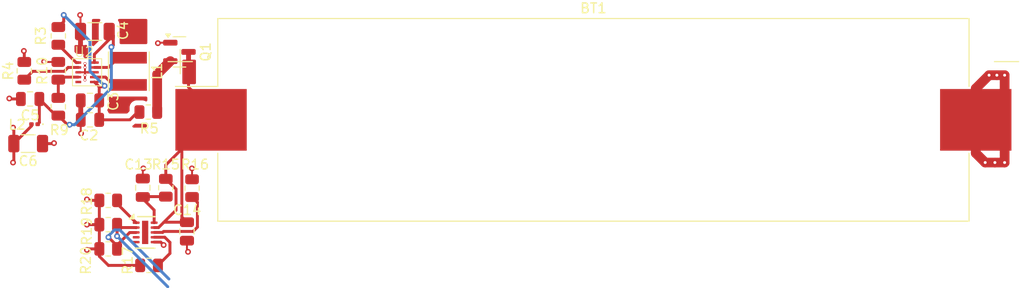
<source format=kicad_pcb>
(kicad_pcb (version 20240108) (generator "pcbnew") (generator_version "8.0")
  (layers (0 "F.Cu" signal) (1 "In1.Cu" power) (2 "In2.Cu" power) (31 "B.Cu" signal) (34 "B.Paste" user) (35 "F.Paste" user) (36 "B.SilkS" user "B.Silkscreen") (37 "F.SilkS" user "F.Silkscreen") (38 "B.Mask" user) (39 "F.Mask" user) (44 "Edge.Cuts" user))
  (net 0 "")
  (net 1 "GND")
  (net 2 "+BATT")
  (net 3 "V_Supply")
  (net 4 "Net-(STC3115AIQT1-VIN)")
  (net 5 "+3.3V")
  (net 6 "Net-(Q1-S)")
  (net 7 "+3V3")
  (net 8 "/SCL_BAT")
  (net 9 "/SDA_BAT")
  (net 10 "/ALM_BAT")
  (net 11 "Net-(STC3115AIQT1-RSTIO)")
  (net 12 "Net-(STC3115AIQT1-BATD{slash}CD)")
  (net 14 "Net-(U2-VOUT)")
  (net 15 "Net-(U2-L1)")
  (net 16 "Net-(U2-L2)")
  (net 17 "Net-(U2-EN)")
  (net 18 "Net-(U2-MODE)")
  (net 19 "Net-(U2-FB)")
  (footprint "Battery:BatteryHolder_Keystone_1042_1x18650" (layer "F.Cu") (at 137.5 51)
    (property "Reference" "BT1" (at 0 -11.5 0) (layer "F.SilkS"))
    (property "Value" "Battery_Cell")
    (fp_line (start -43.75 -6) (end -41.25 -6) (stroke (width 0.12)) (layer "F.SilkS"))
    (fp_line (start -42.5 -4.75) (end -42.5 -7.25) (stroke (width 0.12)) (layer "F.SilkS"))
    (fp_line (start -38.64 -10.44) (end -38.64 -3.44) (stroke (width 0.12)) (layer "F.SilkS"))
    (fp_line (start -38.64 -3.44) (end -43 -3.44) (stroke (width 0.12)) (layer "F.SilkS"))
    (fp_line (start -38.64 10.44) (end -38.64 3.44) (stroke (width 0.12)) (layer "F.SilkS"))
    (fp_line (start 38.64 -10.44) (end -38.64 -10.44) (stroke (width 0.12)) (layer "F.SilkS"))
    (fp_line (start 38.64 -3.44) (end 38.64 -10.42) (stroke (width 0.12)) (layer "F.SilkS"))
    (fp_line (start 38.64 3.44) (end 38.64 10.44) (stroke (width 0.12)) (layer "F.SilkS"))
    (fp_line (start 38.64 10.44) (end -38.64 10.44) (stroke (width 0.12)) (layer "F.SilkS"))
    (fp_line (start 43.75 -6) (end 41.25 -6) (stroke (width 0.12)) (layer "F.SilkS"))
    (pad "" np_thru_hole circle (at -35.93 -8) (size 2.39 2.39) (drill 2.39) (layers "*.Cu" "*.Mask"))
    (pad "" np_thru_hole circle (at -27.6 8) (size 3.45 3.45) (drill 3.45) (layers "*.Cu" "*.Mask"))
    (pad "" np_thru_hole circle (at 27.6 -8) (size 3.45 3.45) (drill 3.45) (layers "*.Cu" "*.Mask"))
    (pad "1" smd rect (at -39.33 0) (size 7.34 6.35) (layers "F.Cu" "F.Paste" "F.Mask") (net 2 "+BATT"))
    (pad "2" smd rect (at 39.33 0) (size 7.34 6.35) (layers "F.Cu" "F.Paste" "F.Mask") (net 1 "GND"))
  )
  (footprint "Capacitor_SMD:C_0805_2012Metric" (layer "F.Cu") (at 85.715 51 180)
    (property "Reference" "C2" (at 0.1 -1.6 180) (layer "F.SilkS"))
    (property "Value" "10µF" (hide yes))
    (fp_line (start -0.261252 0.735) (end 0.261252 0.735) (stroke (width 0.12)) (layer "F.SilkS"))
    (fp_line (start -0.261252 -0.735) (end 0.261252 -0.735) (stroke (width 0.12)) (layer "F.SilkS"))
    (pad "1" smd roundrect (at -0.95 0 180) (size 1 1.45) (layers "F.Cu" "F.Paste" "F.Mask") (net 3 "V_Supply"))
    (pad "2" smd roundrect (at 0.95 0 180) (size 1 1.45) (layers "F.Cu" "F.Paste" "F.Mask") (net 1 "GND"))
  )
  (footprint "Resistor_SMD:R_0805_2012Metric" (layer "F.Cu") (at 91.79 66)
    (property "Reference" "R17" (at -2.2 -0.5 90) (layer "F.SilkS"))
    (property "Value" "10k" (hide yes))
    (fp_line (start -0.227064 -0.735) (end 0.227064 -0.735) (stroke (width 0.12)) (layer "F.SilkS"))
    (fp_line (start -0.227064 0.735) (end 0.227064 0.735) (stroke (width 0.12)) (layer "F.SilkS"))
    (pad "1" smd roundrect (at -0.9125 0) (size 1.025 1.4) (layers "F.Cu" "F.Paste" "F.Mask") (roundrect_rratio 0.243902) (net 7 "+3V3"))
    (pad "2" smd roundrect (at 0.9125 0) (size 1.025 1.4) (layers "F.Cu" "F.Paste" "F.Mask") (roundrect_rratio 0.243902) (net 11 "Net-(STC3115AIQT1-RSTIO)"))
  )
  (footprint "Inductor_SMD:L_Taiyo-Yuden_MD-4040" (layer "F.Cu") (at 89.715 46 90)
    (property "Reference" "L1" (at 0 2.9 90) (layer "F.SilkS"))
    (property "Value" "470nH" (hide yes))
    (fp_line (start -2 -2.1) (end 2 -2.1) (stroke (width 0.12)) (layer "F.SilkS"))
    (fp_line (start -2 2.1) (end 2 2.1) (stroke (width 0.12)) (layer "F.SilkS"))
    (pad "1" smd rect (at -1.4 0 90) (size 1.2 3.7) (layers "F.Cu" "F.Paste" "F.Mask") (net 15 "Net-(U2-L1)"))
    (pad "2" smd rect (at 1.4 0 90) (size 1.2 3.7) (layers "F.Cu" "F.Paste" "F.Mask") (net 16 "Net-(U2-L2)"))
  )
  (footprint "Resistor_SMD:R_0805_2012Metric" (layer "F.Cu") (at 96.215 58.04 -90)
    (property "Reference" "R16" (at -2.44 -0.3 180) (layer "F.SilkS"))
    (property "Value" "1k" (hide yes))
    (fp_line (start -0.227064 0.735) (end 0.227064 0.735) (stroke (width 0.12)) (layer "F.SilkS"))
    (fp_line (start -0.227064 -0.735) (end 0.227064 -0.735) (stroke (width 0.12)) (layer "F.SilkS"))
    (pad "1" smd roundrect (at -0.9125 0 270) (size 1.025 1.4) (layers "F.Cu" "F.Paste" "F.Mask") (roundrect_rratio 0.243902) (net 1 "GND"))
    (pad "2" smd roundrect (at 0.9125 0 270) (size 1.025 1.4) (layers "F.Cu" "F.Paste" "F.Mask") (roundrect_rratio 0.243902) (net 12 "Net-(STC3115AIQT1-BATD{slash}CD)"))
  )
  (footprint "Diode_SMD:D_0201_0603Metric" (layer "F.Cu") (at 80.015 51.45 180)
    (property "Reference" "L2" (at 1.8 -0.05 0) (layer "F.SilkS"))
    (property "Value" "470nH" (hide yes))
    (fp_circle (center -0.86 0) (end -0.81 0) (stroke (width 0.1)) (fill none) (layer "F.SilkS"))
    (pad "1" smd roundrect (at -0.32 0 180) (size 0.46 0.4) (layers "F.Cu" "F.Mask") (net 14 "Net-(U2-VOUT)"))
    (pad "2" smd roundrect (at 0.32 0 180) (size 0.46 0.4) (layers "F.Cu" "F.Mask") (net 5 "+3.3V"))
  )
  (footprint "Resistor_SMD:R_0805_2012Metric" (layer "F.Cu") (at 93.515 58 -90)
    (property "Reference" "R15" (at -2.4 0 0) (layer "F.SilkS"))
    (property "Value" "1k" (hide yes))
    (fp_line (start -0.227064 0.735) (end 0.227064 0.735) (stroke (width 0.12)) (layer "F.SilkS"))
    (fp_line (start -0.227064 -0.735) (end 0.227064 -0.735) (stroke (width 0.12)) (layer "F.SilkS"))
    (pad "1" smd roundrect (at -0.9125 0 270) (size 1.025 1.4) (layers "F.Cu" "F.Paste" "F.Mask") (roundrect_rratio 0.243902) (net 2 "+BATT"))
    (pad "2" smd roundrect (at 0.9125 0 270) (size 1.025 1.4) (layers "F.Cu" "F.Paste" "F.Mask") (roundrect_rratio 0.243902) (net 4 "Net-(STC3115AIQT1-VIN)"))
  )
  (footprint "Resistor_SMD:R_0805_2012Metric" (layer "F.Cu") (at 87.59 64.3)
    (property "Reference" "R20" (at -2.3 1.2 90) (layer "F.SilkS"))
    (property "Value" "10k" (hide yes))
    (fp_line (start -0.227064 -0.735) (end 0.227064 -0.735) (stroke (width 0.12)) (layer "F.SilkS"))
    (fp_line (start -0.227064 0.735) (end 0.227064 0.735) (stroke (width 0.12)) (layer "F.SilkS"))
    (pad "1" smd roundrect (at -0.9125 0) (size 1.025 1.4) (layers "F.Cu" "F.Paste" "F.Mask") (roundrect_rratio 0.243902) (net 7 "+3V3"))
    (pad "2" smd roundrect (at 0.9125 0) (size 1.025 1.4) (layers "F.Cu" "F.Paste" "F.Mask") (roundrect_rratio 0.243902) (net 8 "/SCL_BAT"))
  )
  (footprint "Capacitor_SMD:C_0805_2012Metric" (layer "F.Cu") (at 95.69 62.5 -90)
    (property "Reference" "C14" (at -2.2 -0.025 180) (layer "F.SilkS"))
    (property "Value" "1µF" (hide yes))
    (fp_line (start -0.261252 0.735) (end 0.261252 0.735) (stroke (width 0.12)) (layer "F.SilkS"))
    (fp_line (start -0.261252 -0.735) (end 0.261252 -0.735) (stroke (width 0.12)) (layer "F.SilkS"))
    (pad "1" smd roundrect (at -0.95 0 270) (size 1 1.45) (layers "F.Cu" "F.Paste" "F.Mask") (net 2 "+BATT"))
    (pad "2" smd roundrect (at 0.95 0 270) (size 1 1.45) (layers "F.Cu" "F.Paste" "F.Mask") (net 1 "GND"))
  )
  (footprint "Capacitor_SMD:C_0805_2012Metric" (layer "F.Cu") (at 85.715 49 180)
    (property "Reference" "C3" (at -2.4 -0.1 90) (layer "F.SilkS"))
    (property "Value" "100n" (hide yes))
    (fp_line (start -0.261252 0.735) (end 0.261252 0.735) (stroke (width 0.12)) (layer "F.SilkS"))
    (fp_line (start -0.261252 -0.735) (end 0.261252 -0.735) (stroke (width 0.12)) (layer "F.SilkS"))
    (pad "1" smd roundrect (at -0.95 0 180) (size 1 1.45) (layers "F.Cu" "F.Paste" "F.Mask") (net 3 "V_Supply"))
    (pad "2" smd roundrect (at 0.95 0 180) (size 1 1.45) (layers "F.Cu" "F.Paste" "F.Mask") (net 1 "GND"))
  )
  (footprint "Package_TO_SOT_SMD:SOT-23" (layer "F.Cu") (at 94.915 44)
    (property "Reference" "Q1" (at 2.7 0 90) (layer "F.SilkS"))
    (property "Value" "IRLML6402" (hide yes))
    (fp_line (start 0 -1.56) (end -0.65 -1.56) (stroke (width 0.12)) (layer "F.SilkS"))
    (fp_line (start 0 -1.56) (end 0.65 -1.56) (stroke (width 0.12)) (layer "F.SilkS"))
    (fp_line (start 0 1.56) (end -0.65 1.56) (stroke (width 0.12)) (layer "F.SilkS"))
    (fp_line (start 0 1.56) (end 0.65 1.56) (stroke (width 0.12)) (layer "F.SilkS"))
    (fp_poly (pts (xy -1.1625 -1.51) (xy -1.4025 -1.84) (xy -0.9225 -1.84) (xy -1.1625 -1.51)) (stroke (width 0.12)) (fill solid) (layer "F.SilkS"))
    (pad "1" smd roundrect (at -0.9375 -0.95) (size 1.475 0.6) (layers "F.Cu" "F.Paste" "F.Mask") (net 1 "GND"))
    (pad "2" smd roundrect (at -0.9375 0.95) (size 1.475 0.6) (layers "F.Cu" "F.Paste" "F.Mask") (net 6 "Net-(Q1-S)"))
    (pad "3" smd roundrect (at 0.9375 0) (size 1.475 0.6) (layers "F.Cu" "F.Paste" "F.Mask") (net 2 "+BATT"))
  )
  (footprint "Resistor_SMD:R_0805_2012Metric" (layer "F.Cu") (at 82.457293 45.95 90)
    (property "Reference" "R10" (at 0 -1.65 90) (layer "F.SilkS"))
    (property "Value" "100k" (hide yes))
    (fp_line (start -0.227064 -0.735) (end 0.227064 -0.735) (stroke (width 0.12)) (layer "F.SilkS"))
    (fp_line (start -0.227064 0.735) (end 0.227064 0.735) (stroke (width 0.12)) (layer "F.SilkS"))
    (pad "1" smd roundrect (at -0.9125 0 90) (size 1.025 1.4) (layers "F.Cu" "F.Paste" "F.Mask") (roundrect_rratio 0.243902) (net 19 "Net-(U2-FB)"))
    (pad "2" smd roundrect (at 0.9125 0 90) (size 1.025 1.4) (layers "F.Cu" "F.Paste" "F.Mask") (roundrect_rratio 0.243902) (net 1 "GND"))
  )
  (footprint "Resistor_SMD:R_0805_2012Metric" (layer "F.Cu") (at 82.457293 49.65 90)
    (property "Reference" "R9" (at -2.4 0.1 180) (layer "F.SilkS"))
    (property "Value" "511k" (hide yes))
    (fp_line (start -0.227064 -0.735) (end 0.227064 -0.735) (stroke (width 0.12)) (layer "F.SilkS"))
    (fp_line (start -0.227064 0.735) (end 0.227064 0.735) (stroke (width 0.12)) (layer "F.SilkS"))
    (pad "1" smd roundrect (at -0.9125 0 90) (size 1.025 1.4) (layers "F.Cu" "F.Paste" "F.Mask") (roundrect_rratio 0.243902) (net 14 "Net-(U2-VOUT)"))
    (pad "2" smd roundrect (at 0.9125 0 90) (size 1.025 1.4) (layers "F.Cu" "F.Paste" "F.Mask") (roundrect_rratio 0.243902) (net 19 "Net-(U2-FB)"))
  )
  (footprint "Resistor_SMD:R_0805_2012Metric" (layer "F.Cu") (at 82.457293 42.35 -90)
    (property "Reference" "R3" (at 0 1.8 90) (layer "F.SilkS"))
    (property "Value" "0R" (hide yes))
    (fp_line (start -0.227064 0.735) (end 0.227064 0.735) (stroke (width 0.12)) (layer "F.SilkS"))
    (fp_line (start -0.227064 -0.735) (end 0.227064 -0.735) (stroke (width 0.12)) (layer "F.SilkS"))
    (pad "1" smd roundrect (at -0.9125 0 270) (size 1.025 1.4) (layers "F.Cu" "F.Paste" "F.Mask") (roundrect_rratio 0.243902) (net 3 "V_Supply"))
    (pad "2" smd roundrect (at 0.9125 0 270) (size 1.025 1.4) (layers "F.Cu" "F.Paste" "F.Mask") (roundrect_rratio 0.243902) (net 17 "Net-(U2-EN)"))
  )
  (footprint "Resistor_SMD:R_0805_2012Metric" (layer "F.Cu") (at 91.715 50.2)
    (property "Reference" "R5" (at 0.1 1.7 180) (layer "F.SilkS"))
    (property "Value" "0R" (hide yes))
    (fp_line (start -0.227064 -0.735) (end 0.227064 -0.735) (stroke (width 0.12)) (layer "F.SilkS"))
    (fp_line (start -0.227064 0.735) (end 0.227064 0.735) (stroke (width 0.12)) (layer "F.SilkS"))
    (pad "1" smd roundrect (at -0.9125 0) (size 1.025 1.4) (layers "F.Cu" "F.Paste" "F.Mask") (roundrect_rratio 0.243902) (net 3 "V_Supply"))
    (pad "2" smd roundrect (at 0.9125 0) (size 1.025 1.4) (layers "F.Cu" "F.Paste" "F.Mask") (roundrect_rratio 0.243902) (net 6 "Net-(Q1-S)"))
  )
  (footprint "Capacitor_SMD:C_1206_3216Metric" (layer "F.Cu") (at 79.357293 53.45)
    (property "Reference" "C6" (at 0 1.8 0) (layer "F.SilkS"))
    (property "Value" "47µF" (hide yes))
    (fp_line (start -0.711252 -0.91) (end 0.711252 -0.91) (stroke (width 0.12)) (layer "F.SilkS"))
    (fp_line (start -0.711252 0.91) (end 0.711252 0.91) (stroke (width 0.12)) (layer "F.SilkS"))
    (pad "1" smd roundrect (at -1.475 0) (size 1.15 1.8) (layers "F.Cu" "F.Paste" "F.Mask") (roundrect_rratio 0.217391) (net 5 "+3.3V"))
    (pad "2" smd roundrect (at 1.475 0) (size 1.15 1.8) (layers "F.Cu" "F.Paste" "F.Mask") (roundrect_rratio 0.217391) (net 1 "GND"))
  )
  (footprint "Resistor_SMD:R_0805_2012Metric" (layer "F.Cu") (at 87.59 61.8)
    (property "Reference" "R19" (at -2.2 0.7 90) (layer "F.SilkS"))
    (property "Value" "10k" (hide yes))
    (fp_line (start -0.227064 -0.735) (end 0.227064 -0.735) (stroke (width 0.12)) (layer "F.SilkS"))
    (fp_line (start -0.227064 0.735) (end 0.227064 0.735) (stroke (width 0.12)) (layer "F.SilkS"))
    (pad "1" smd roundrect (at -0.9125 0) (size 1.025 1.4) (layers "F.Cu" "F.Paste" "F.Mask") (roundrect_rratio 0.243902) (net 7 "+3V3"))
    (pad "2" smd roundrect (at 0.9125 0) (size 1.025 1.4) (layers "F.Cu" "F.Paste" "F.Mask") (roundrect_rratio 0.243902) (net 9 "/SDA_BAT"))
  )
  (footprint "Resistor_SMD:R_0805_2012Metric" (layer "F.Cu") (at 87.59 59.3)
    (property "Reference" "R18" (at -2.2 0.1 90) (layer "F.SilkS"))
    (property "Value" "10k" (hide yes))
    (fp_line (start -0.227064 -0.735) (end 0.227064 -0.735) (stroke (width 0.12)) (layer "F.SilkS"))
    (fp_line (start -0.227064 0.735) (end 0.227064 0.735) (stroke (width 0.12)) (layer "F.SilkS"))
    (pad "1" smd roundrect (at -0.9125 0) (size 1.025 1.4) (layers "F.Cu" "F.Paste" "F.Mask") (roundrect_rratio 0.243902) (net 7 "+3V3"))
    (pad "2" smd roundrect (at 0.9125 0) (size 1.025 1.4) (layers "F.Cu" "F.Paste" "F.Mask") (roundrect_rratio 0.243902) (net 10 "/ALM_BAT"))
  )
  (footprint "Resistor_SMD:R_0805_2012Metric" (layer "F.Cu") (at 78.957293 45.95 90)
    (property "Reference" "R4" (at 0 -1.65 90) (layer "F.SilkS"))
    (property "Value" "0R" (hide yes))
    (fp_line (start -0.227064 -0.735) (end 0.227064 -0.735) (stroke (width 0.12)) (layer "F.SilkS"))
    (fp_line (start -0.227064 0.735) (end 0.227064 0.735) (stroke (width 0.12)) (layer "F.SilkS"))
    (pad "1" smd roundrect (at -0.9125 0 90) (size 1.025 1.4) (layers "F.Cu" "F.Paste" "F.Mask") (roundrect_rratio 0.243902) (net 18 "Net-(U2-MODE)"))
    (pad "2" smd roundrect (at 0.9125 0 90) (size 1.025 1.4) (layers "F.Cu" "F.Paste" "F.Mask") (roundrect_rratio 0.243902) (net 1 "GND"))
  )
  (footprint "Capacitor_SMD:C_0805_2012Metric" (layer "F.Cu") (at 91.15 58 90)
    (property "Reference" "C13" (at 2.4 -0.435 180) (layer "F.SilkS"))
    (property "Value" "220nF" (hide yes))
    (fp_line (start -0.261252 -0.735) (end 0.261252 -0.735) (stroke (width 0.12)) (layer "F.SilkS"))
    (fp_line (start -0.261252 0.735) (end 0.261252 0.735) (stroke (width 0.12)) (layer "F.SilkS"))
    (pad "1" smd roundrect (at -0.95 0 90) (size 1 1.45) (layers "F.Cu" "F.Paste" "F.Mask") (net 4 "Net-(STC3115AIQT1-VIN)"))
    (pad "2" smd roundrect (at 0.95 0 90) (size 1 1.45) (layers "F.Cu" "F.Paste" "F.Mask") (net 1 "GND"))
  )
  (footprint "Capacitor_SMD:C_0805_2012Metric" (layer "F.Cu") (at 79.557293 48.85 180)
    (property "Reference" "C5" (at 0 -1.68 0) (layer "F.SilkS"))
    (property "Value" "100n" (hide yes))
    (fp_line (start -0.261252 0.735) (end 0.261252 0.735) (stroke (width 0.12)) (layer "F.SilkS"))
    (fp_line (start -0.261252 -0.735) (end 0.261252 -0.735) (stroke (width 0.12)) (layer "F.SilkS"))
    (pad "1" smd roundrect (at -0.95 0 180) (size 1 1.45) (layers "F.Cu" "F.Paste" "F.Mask") (net 14 "Net-(U2-VOUT)"))
    (pad "2" smd roundrect (at 0.95 0 180) (size 1 1.45) (layers "F.Cu" "F.Paste" "F.Mask") (net 1 "GND"))
  )
  (footprint "Package_DFN_QFN:DFN-10-1EP_2x3mm_P0.5mm_EP0.64x2.4mm" (layer "F.Cu") (at 91.39 62.6)
    (property "Reference" "STC3115AIQT1" (hide yes))
    (property "Value" "~" (hide yes))
    (fp_line (start -1 1.625) (end 1 1.625) (stroke (width 0.15)) (layer "F.SilkS"))
    (fp_line (start -0.77 -1.625) (end 1 -1.625) (stroke (width 0.15)) (layer "F.SilkS"))
    (fp_poly (pts (xy -1.16 -1.39) (xy -1.64 -1.39) (xy -1.16 -1.87) (xy -1.16 -1.39)) (stroke (width 0.12)) (fill solid) (layer "F.SilkS"))
    (pad "1" smd roundrect (at -0.925 -1) (size 0.7 0.25) (layers "F.Cu" "F.Paste" "F.Mask") (net 10 "/ALM_BAT"))
    (pad "2" smd roundrect (at -0.925 -0.5) (size 0.7 0.25) (layers "F.Cu" "F.Paste" "F.Mask") (net 9 "/SDA_BAT"))
    (pad "3" smd roundrect (at -0.925 0) (size 0.7 0.25) (layers "F.Cu" "F.Paste" "F.Mask") (net 8 "/SCL_BAT"))
    (pad "4" smd roundrect (at -0.925 0.5) (size 0.7 0.25) (layers "F.Cu" "F.Paste" "F.Mask"))
    (pad "5" smd roundrect (at -0.925 1) (size 0.7 0.25) (layers "F.Cu" "F.Paste" "F.Mask") (net 1 "GND"))
    (pad "6" smd roundrect (at 0.925 1) (size 0.7 0.25) (layers "F.Cu" "F.Paste" "F.Mask") (net 1 "GND"))
    (pad "7" smd roundrect (at 0.925 0.5) (size 0.7 0.25) (layers "F.Cu" "F.Paste" "F.Mask") (net 11 "Net-(STC3115AIQT1-RSTIO)"))
    (pad "8" smd roundrect (at 0.925 0) (size 0.7 0.25) (layers "F.Cu" "F.Paste" "F.Mask") (net 12 "Net-(STC3115AIQT1-BATD{slash}CD)"))
    (pad "9" smd roundrect (at 0.925 -0.5) (size 0.7 0.25) (layers "F.Cu" "F.Paste" "F.Mask") (net 2 "+BATT"))
    (pad "10" smd roundrect (at 0.925 -1) (size 0.7 0.25) (layers "F.Cu" "F.Paste" "F.Mask") (net 4 "Net-(STC3115AIQT1-VIN)"))
    (pad "11" smd rect (at 0 0) (size 0.64 2.4) (layers "F.Cu" "F.Mask"))
  )
  (footprint "Buck-boost Converter:DLA0010A" (layer "F.Cu") (at 84.515 45.1)
    (property "Reference" "U2" (at 0.6 -1.1 0) (layer "F.SilkS") (effects (font (thickness 0.1))))
    (property "Value" "TPS63802DLAR" (hide yes))
    (fp_rect (start -0.6 -0.4) (end 2.4 2.4) (stroke (width 0.1)) (fill none) (layer "F.SilkS"))
    (pad "1" smd roundrect (at 0 0) (size 0.6 0.25) (layers "F.Cu" "F.Paste" "F.Mask") (roundrect_rratio 0.1640419948) (net 17 "Net-(U2-EN)"))
    (pad "2" smd roundrect (at 0 0.5) (size 0.6 0.25) (layers "F.Cu" "F.Paste" "F.Mask") (roundrect_rratio 0.1640419948) (net 18 "Net-(U2-MODE)"))
    (pad "3" smd roundrect (at 0 1) (size 0.6 0.25) (layers "F.Cu" "F.Paste" "F.Mask") (roundrect_rratio 0.1640419948) (net 1 "GND"))
    (pad "4" smd roundrect (at 0 1.5) (size 0.6 0.25) (layers "F.Cu" "F.Paste" "F.Mask") (roundrect_rratio 0.1640419948) (net 19 "Net-(U2-FB)"))
    (pad "5" smd roundrect (at 0 2) (size 0.6 0.25) (layers "F.Cu" "F.Paste" "F.Mask") (roundrect_rratio 0.1640419948))
    (pad "6" smd roundrect (at 1.65 0) (size 0.9 0.25) (layers "F.Cu" "F.Paste" "F.Mask") (roundrect_rratio 0.1640419948) (net 14 "Net-(U2-VOUT)"))
    (pad "7" smd roundrect (at 1.65 0.5) (size 0.9 0.25) (layers "F.Cu" "F.Paste" "F.Mask") (roundrect_rratio 0.1640419948) (net 16 "Net-(U2-L2)"))
    (pad "8" smd roundrect (at 1.45 1) (size 1.3 0.25) (layers "F.Cu" "F.Paste" "F.Mask") (roundrect_rratio 0.1640419948) (net 1 "GND"))
    (pad "9" smd roundrect (at 1.65 1.5) (size 0.9 0.25) (layers "F.Cu" "F.Paste" "F.Mask") (roundrect_rratio 0.1640419948) (net 15 "Net-(U2-L1)"))
    (pad "10" smd roundrect (at 1.65 2) (size 0.9 0.25) (layers "F.Cu" "F.Paste" "F.Mask") (roundrect_rratio 0.1640419948) (net 3 "V_Supply"))
  )
  (footprint "Capacitor_SMD:C_1206_3216Metric" (layer "F.Cu") (at 86.215 41.9 180)
    (property "Reference" "C4" (at -2.9 0.1 90) (layer "F.SilkS"))
    (property "Value" "47µF" (hide yes))
    (fp_line (start -0.711252 0.91) (end 0.711252 0.91) (stroke (width 0.12)) (layer "F.SilkS"))
    (fp_line (start -0.711252 -0.91) (end 0.711252 -0.91) (stroke (width 0.12)) (layer "F.SilkS"))
    (pad "1" smd roundrect (at -1.475 0 180) (size 1.15 1.8) (layers "F.Cu" "F.Paste" "F.Mask") (roundrect_rratio 0.217391) (net 14 "Net-(U2-VOUT)"))
    (pad "2" smd roundrect (at 1.475 0 180) (size 1.15 1.8) (layers "F.Cu" "F.Paste" "F.Mask") (roundrect_rratio 0.217391) (net 1 "GND"))
  )
  (segment (start 92.75 43.05) (end 92.7 43.1) (width 0.2) (layer "F.Cu") (net 1))
  (segment (start 178.2 46.4) (end 179 46.4) (width 1) (layer "F.Cu") (net 1))
  (segment (start 85.2 46.1) (end 85.2 46.05) (width 0.2) (layer "F.Cu") (net 1))
  (segment (start 78.957293 45.0375) (end 78.957293 43.942293) (width 0.3) (layer "F.Cu") (net 1))
  (segment (start 84.515 46.1) (end 85.2 46.1) (width 0.2) (layer "F.Cu") (net 1))
  (segment (start 179.8 53.97) (end 176.83 51) (width 1) (layer "F.Cu") (net 1))
  (segment (start 176.83 51) (end 176.83 47.77) (width 1) (layer "F.Cu") (net 1))
  (segment (start 84.765 51) (end 84.765 52.365) (width 0.2) (layer "F.Cu") (net 1))
  (segment (start 176.83 51) (end 176.83 54.43) (width 1) (layer "F.Cu") (net 1))
  (segment (start 82.457293 45.0375) (end 81.0375 45.0375) (width 0.2) (layer "F.Cu") (net 1))
  (segment (start 84.74 41.9) (end 84.74 40.24) (width 0.2) (layer "F.Cu") (net 1))
  (segment (start 179 46.4) (end 179.8 46.4) (width 1) (layer "F.Cu") (net 1))
  (segment (start 92.315 63.6) (end 92.99 63.6) (width 0.3) (layer "F.Cu") (net 1))
  (segment (start 176.83 54.43) (end 177.8 55.4) (width 1) (layer "F.Cu") (net 1))
  (segment (start 81.965 53.45) (end 82.015 53.4) (width 0.3) (layer "F.Cu") (net 1))
  (segment (start 77.465 48.85) (end 77.415 48.8) (width 0.3) (layer "F.Cu") (net 1))
  (segment (start 84.765 49) (end 84.765 51) (width 0.2) (layer "F.Cu") (net 1))
  (segment (start 179.8 46.4) (end 179.8 48.03) (width 1) (layer "F.Cu") (net 1))
  (segment (start 95.69 63.45) (end 95.69 64.49) (width 0.2) (layer "F.Cu") (net 1))
  (segment (start 179.8 48.03) (end 176.83 51) (width 1) (layer "F.Cu") (net 1))
  (segment (start 91.15 56.05) (end 91.2 56) (width 0.2) (layer "F.Cu") (net 1))
  (segment (start 96.215 56.015) (end 96.2 56) (width 0.2) (layer "F.Cu") (net 1))
  (segment (start 85.2 46.05) (end 85.2 45.6) (width 0.2) (layer "F.Cu") (net 1))
  (segment (start 177.8 55.4) (end 178.8 55.4) (width 1) (layer "F.Cu") (net 1))
  (segment (start 85.2 45.6) (end 85.2 45.2) (width 0.2) (layer "F.Cu") (net 1))
  (segment (start 85.2 46.4) (end 85.2 46.900003) (width 0.2) (layer "F.Cu") (net 1))
  (segment (start 80.832293 53.45) (end 81.965 53.45) (width 0.3) (layer "F.Cu") (net 1))
  (segment (start 92.99 63.6) (end 93.29 63.9) (width 0.3) (layer "F.Cu") (net 1))
  (segment (start 85.2 46.1) (end 85.965 46.1) (width 0.2) (layer "F.Cu") (net 1))
  (segment (start 85.2 46.05) (end 85.2 46.4) (width 0.2) (layer "F.Cu") (net 1))
  (segment (start 91.15 57.05) (end 91.15 56.05) (width 0.2) (layer "F.Cu") (net 1))
  (segment (start 81.0375 45.0375) (end 81 45) (width 0.2) (layer "F.Cu") (net 1))
  (segment (start 95.69 64.49) (end 95.8 64.6) (width 0.2) (layer "F.Cu") (net 1))
  (segment (start 84.765 52.365) (end 84.8 52.4) (width 0.2) (layer "F.Cu") (net 1))
  (segment (start 93.9775 43.05) (end 92.75 43.05) (width 0.2) (layer "F.Cu") (net 1))
  (segment (start 96.215 57.1275) (end 96.215 56.015) (width 0.2) (layer "F.Cu") (net 1))
  (segment (start 179.8 55.4) (end 179.8 53.97) (width 1) (layer "F.Cu") (net 1))
  (segment (start 78.607293 48.85) (end 77.465 48.85) (width 0.3) (layer "F.Cu") (net 1))
  (segment (start 178.8 55.4) (end 179.8 55.4) (width 1) (layer "F.Cu") (net 1))
  (segment (start 176.83 47.77) (end 178.2 46.4) (width 1) (layer "F.Cu") (net 1))
  (segment (start 84.74 40.24) (end 84.7 40.2) (width 0.2) (layer "F.Cu") (net 1))
  (segment (start 78.957293 43.942293) (end 78.915 43.9) (width 0.3) (layer "F.Cu") (net 1))
  (via blind (at 84.8 52.4) (size 0.6) (drill 0.3) (layers "F.Cu" "In2.Cu") (net 1))
  (via blind (at 179 46.4) (size 0.6) (drill 0.3) (layers "F.Cu" "In2.Cu") (net 1))
  (via blind (at 82.015 53.4) (size 0.6) (drill 0.3) (layers "F.Cu" "In2.Cu") (net 1))
  (via blind (at 85.2 46.900003) (size 0.3) (drill 0.2) (layers "F.Cu" "In2.Cu") (net 1))
  (via blind (at 78.915 43.9) (size 0.6) (drill 0.3) (layers "F.Cu" "In2.Cu") (net 1))
  (via blind (at 93.29 63.9) (size 0.6) (drill 0.3) (layers "F.Cu" "In2.Cu") (net 1))
  (via blind (at 179.8 55.4) (size 0.6) (drill 0.3) (layers "F.Cu" "In2.Cu") (net 1))
  (via blind (at 178.8 55.4) (size 0.6) (drill 0.3) (layers "F.Cu" "In2.Cu") (net 1))
  (via blind (at 92.7 43.1) (size 0.6) (drill 0.3) (layers "F.Cu" "In2.Cu") (net 1))
  (via blind (at 85.2 45.2) (size 0.3) (drill 0.2) (layers "F.Cu" "In2.Cu") (net 1))
  (via blind (at 84.7 40.2) (size 0.6) (drill 0.3) (layers "F.Cu" "In2.Cu") (net 1))
  (via blind (at 85.2 46.4) (size 0.3) (drill 0.2) (layers "F.Cu" "In2.Cu") (net 1))
  (via blind (at 95.8 64.6) (size 0.6) (drill 0.3) (layers "F.Cu" "In2.Cu") (net 1))
  (via blind (at 77.415 48.8) (size 0.6) (drill 0.3) (layers "F.Cu" "In2.Cu") (net 1))
  (via blind (at 85.2 45.6) (size 0.3) (drill 0.2) (layers "F.Cu" "In2.Cu") (net 1))
  (via blind (at 178.2 46.4) (size 0.6) (drill 0.3) (layers "F.Cu" "In2.Cu") (net 1))
  (via blind (at 96.2 56) (size 0.6) (drill 0.3) (layers "F.Cu" "In2.Cu") (net 1))
  (via blind (at 91.2 56) (size 0.6) (drill 0.3) (layers "F.Cu" "In2.Cu") (net 1))
  (via blind (at 179.8 46.4) (size 0.6) (drill 0.3) (layers "F.Cu" "In2.Cu") (net 1))
  (via blind (at 177.8 55.4) (size 0.6) (drill 0.3) (layers "F.Cu" "In2.Cu") (net 1))
  (via blind (at 81 45) (size 0.6) (drill 0.3) (layers "F.Cu" "In2.Cu") (net 1))
  (segment (start 95.8525 44) (end 95.8525 47.6375) (width 0.3) (layer "F.Cu") (net 2))
  (segment (start 94.565 60.305761) (end 93.320761 61.55) (width 0.3) (layer "F.Cu") (net 2))
  (segment (start 95.165 61.025) (end 95.69 61.55) (width 0.3) (layer "F.Cu") (net 2))
  (segment (start 98.415 51.245) (end 98.17 51) (width 0.2) (layer "F.Cu") (net 2))
  (segment (start 98.17 49.955) (end 98.17 51) (width 0.3) (layer "F.Cu") (net 2))
  (segment (start 95.165 54.005) (end 95.165 61.025) (width 0.3) (layer "F.Cu") (net 2))
  (segment (start 92.315 62.1) (end 92.770761 62.1) (width 0.3) (layer "F.Cu") (net 2))
  (segment (start 93.320761 61.55) (end 95.69 61.55) (width 0.3) (layer "F.Cu") (net 2))
  (segment (start 98.37 51.2) (end 97.915 51.2) (width 0.3) (layer "F.Cu") (net 2))
  (segment (start 98.17 51) (end 93.515 55.655) (width 0.3) (layer "F.Cu") (net 2))
  (segment (start 93.515 57.0875) (end 94.565 58.1375) (width 0.3) (layer "F.Cu") (net 2))
  (segment (start 98.17 51) (end 95.165 54.005) (width 0.3) (layer "F.Cu") (net 2))
  (segment (start 93.69 57.0875) (end 93.69 56.7125) (width 0.2) (layer "F.Cu") (net 2))
  (segment (start 92.770761 62.1) (end 93.320761 61.55) (width 0.3) (layer "F.Cu") (net 2))
  (segment (start 93.515 55.655) (end 93.515 57.0875) (width 0.3) (layer "F.Cu") (net 2))
  (segment (start 94.565 58.1375) (end 94.565 60.305761) (width 0.3) (layer "F.Cu") (net 2))
  (segment (start 95.8525 47.6375) (end 98.17 49.955) (width 0.3) (layer "F.Cu") (net 2))
  (segment (start 98.17 51) (end 97.97 51.2) (width 0.6) (layer "F.Cu") (net 2))
  (segment (start 86.665 47.6) (end 86.165 47.1) (width 0.3) (layer "F.Cu") (net 3))
  (segment (start 87.115 47.6) (end 87.215 47.5) (width 0.3) (layer "F.Cu") (net 3))
  (segment (start 89.815 51) (end 90.615 50.2) (width 0.3) (layer "F.Cu") (net 3))
  (segment (start 86.665 51) (end 86.665 49) (width 0.3) (layer "F.Cu") (net 3))
  (segment (start 86.665 49) (end 86.665 47.6) (width 0.3) (layer "F.Cu") (net 3))
  (segment (start 86.665 47.6) (end 87.115 47.6) (width 0.3) (layer "F.Cu") (net 3))
  (segment (start 86.665 51) (end 89.815 51) (width 0.3) (layer "F.Cu") (net 3))
  (segment (start 83.015 40.879793) (end 82.457293 41.4375) (width 0.3) (layer "F.Cu") (net 3))
  (segment (start 83.015 40.2) (end 83.015 40.879793) (width 0.3) (layer "F.Cu") (net 3))
  (segment (start 90.615 50.2) (end 90.8025 50.2) (width 0.3) (layer "F.Cu") (net 3))
  (via (at 83.015 40.2) (size 0.6) (drill 0.3) (layers "F.Cu" "B.Cu") (net 3))
  (via (at 87.215 47.5) (size 0.6) (drill 0.3) (layers "F.Cu" "B.Cu") (net 3))
  (segment (start 87.215 47.5) (end 85.715 46) (width 0.3) (layer "B.Cu") (net 3))
  (segment (start 85.715 42.9) (end 83.015 40.2) (width 0.3) (layer "B.Cu") (net 3))
  (segment (start 85.715 46) (end 85.715 42.9) (width 0.3) (layer "B.Cu") (net 3))
  (segment (start 91.15 59.135) (end 92.315 60.3) (width 0.3) (layer "F.Cu") (net 4))
  (segment (start 92.315 60.3) (end 92.315 61.6) (width 0.3) (layer "F.Cu") (net 4))
  (segment (start 91.15 58.95) (end 91.15 59.135) (width 0.3) (layer "F.Cu") (net 4))
  (segment (start 93.515 58.9125) (end 91.1875 58.9125) (width 0.3) (layer "F.Cu") (net 4))
  (segment (start 91.1875 58.9125) (end 91.15 58.95) (width 0.3) (layer "F.Cu") (net 4))
  (segment (start 77.882293 51.882293) (end 77.8 51.8) (width 0.3) (layer "F.Cu") (net 5))
  (segment (start 77.882293 53.45) (end 77.882293 55.317707) (width 0.3) (layer "F.Cu") (net 5))
  (segment (start 79.695 51.637293) (end 77.882293 53.45) (width 0.3) (layer "F.Cu") (net 5))
  (segment (start 77.882293 53.45) (end 77.882293 51.882293) (width 0.3) (layer "F.Cu") (net 5))
  (segment (start 79.695 51.45) (end 79.695 51.637293) (width 0.3) (layer "F.Cu") (net 5))
  (segment (start 77.882293 55.317707) (end 77.8 55.4) (width 0.3) (layer "F.Cu") (net 5))
  (via blind (at 77.8 55.4) (size 0.6) (drill 0.3) (layers "F.Cu" "In1.Cu") (net 5))
  (via blind (at 77.8 51.8) (size 0.6) (drill 0.3) (layers "F.Cu" "In1.Cu") (net 5))
  (segment (start 92.6275 50.2) (end 92.6275 46.3) (width 1) (layer "F.Cu") (net 6))
  (segment (start 92.6275 46.3) (end 93.9775 44.95) (width 1) (layer "F.Cu") (net 6))
  (segment (start 86.6775 59.3) (end 85.5 59.3) (width 0.3) (layer "F.Cu") (net 7))
  (segment (start 86.6775 59.3) (end 86.6775 61.8) (width 0.3) (layer "F.Cu") (net 7))
  (segment (start 86.6775 64.3) (end 86.6775 65.0625) (width 0.3) (layer "F.Cu") (net 7))
  (segment (start 85.5 64.3) (end 85.4 64.4) (width 0.3) (layer "F.Cu") (net 7))
  (segment (start 86.6775 64.3) (end 85.5 64.3) (width 0.3) (layer "F.Cu") (net 7))
  (segment (start 86.6775 61.8) (end 85.4 61.8) (width 0.3) (layer "F.Cu") (net 7))
  (segment (start 86.6775 65.0625) (end 87.615 66) (width 0.3) (layer "F.Cu") (net 7))
  (segment (start 87.615 66) (end 90.8775 66) (width 0.3) (layer "F.Cu") (net 7))
  (segment (start 85.5 59.3) (end 85.4 59.2) (width 0.3) (layer "F.Cu") (net 7))
  (segment (start 86.6775 61.8) (end 86.6775 64.3) (width 0.3) (layer "F.Cu") (net 7))
  (via blind (at 85.4 64.4) (size 0.6) (drill 0.3) (layers "F.Cu" "In1.Cu") (net 7))
  (via blind (at 85.4 59.2) (size 0.6) (drill 0.3) (layers "F.Cu" "In1.Cu") (net 7))
  (via blind (at 85.4 61.8) (size 0.6) (drill 0.3) (layers "F.Cu" "In1.Cu") (net 7))
  (segment (start 88.5025 63.9) (end 88.515 63.9) (width 0.3) (layer "F.Cu") (net 8))
  (segment (start 88.5025 63.9875) (end 87.615 63.1) (width 0.3) (layer "F.Cu") (net 8))
  (segment (start 89.8025 62.6125) (end 90.465 62.6125) (width 0.3) (layer "F.Cu") (net 8))
  (segment (start 88.5025 64.3) (end 88.5025 63.9875) (width 0.3) (layer "F.Cu") (net 8))
  (segment (start 88.515 63.9) (end 89.8025 62.6125) (width 0.3) (layer "F.Cu") (net 8))
  (via (at 87.615 63.1) (size 0.6) (drill 0.3) (layers "F.Cu" "B.Cu") (net 8))
  (segment (start 87.615 62.961521) (end 88.236141 62.34038) (width 0.3) (layer "B.Cu") (net 8))
  (segment (start 88.236141 62.34038) (end 88.774619 62.34038) (width 0.3) (layer "B.Cu") (net 8))
  (segment (start 88.774619 62.34038) (end 93.834239 67.4) (width 0.3) (layer "B.Cu") (net 8))
  (segment (start 87.615 63.1) (end 87.615 62.961521) (width 0.3) (layer "B.Cu") (net 8))
  (segment (start 88.5025 61.8) (end 88.8025 62.1) (width 0.3) (layer "F.Cu") (net 9))
  (segment (start 88.8025 62.1) (end 90.465 62.1) (width 0.3) (layer "F.Cu") (net 9))
  (segment (start 88.5025 61.8) (end 88.5025 62.9875) (width 0.3) (layer "F.Cu") (net 9))
  (segment (start 90.4525 62.1125) (end 90.465 62.1) (width 0.3) (layer "F.Cu") (net 9))
  (segment (start 88.5025 62.9875) (end 88.50538 62.99038) (width 0.3) (layer "F.Cu") (net 9))
  (via (at 88.50538 62.99038) (size 0.6) (drill 0.3) (layers "F.Cu" "B.Cu") (net 9))
  (segment (start 88.50538 62.99038) (end 93.715 68.2) (width 0.3) (layer "B.Cu") (net 9))
  (segment (start 88.5025 59.7) (end 88.565 59.7) (width 0.3) (layer "F.Cu") (net 10))
  (segment (start 88.565 59.7) (end 90.465 61.6) (width 0.3) (layer "F.Cu") (net 10))
  (segment (start 92.7025 66) (end 93.94 64.7625) (width 0.3) (layer "F.Cu") (net 11))
  (segment (start 93.94 63.630761) (end 93.409239 63.1) (width 0.3) (layer "F.Cu") (net 11))
  (segment (start 93.94 64.7625) (end 93.94 63.630761) (width 0.3) (layer "F.Cu") (net 11))
  (segment (start 93.409239 63.1) (end 92.315 63.1) (width 0.3) (layer "F.Cu") (net 11))
  (segment (start 96.765 59.5025) (end 96.215 58.9525) (width 0.3) (layer "F.Cu") (net 12))
  (segment (start 93.189999 62.6) (end 93.289999 62.5) (width 0.3) (layer "F.Cu") (net 12))
  (segment (start 93.289999 62.5) (end 96.320456 62.5) (width 0.3) (layer "F.Cu") (net 12))
  (segment (start 92.315 62.6) (end 93.189999 62.6) (width 0.3) (layer "F.Cu") (net 12))
  (segment (start 96.765 62.055456) (end 96.765 59.5025) (width 0.3) (layer "F.Cu") (net 12))
  (segment (start 96.320456 62.5) (end 96.765 62.055456) (width 0.3) (layer "F.Cu") (net 12))
  (segment (start 88.115 42.325) (end 87.69 41.9) (width 0.3) (layer "F.Cu") (net 14))
  (segment (start 80.507293 51.277707) (end 80.335 51.45) (width 0.3) (layer "F.Cu") (net 14))
  (segment (start 83.615 51.5) (end 83.394793 51.5) (width 0.3) (layer "F.Cu") (net 14))
  (segment (start 80.507293 48.85) (end 80.507293 51.277707) (width 0.3) (layer "F.Cu") (net 14))
  (segment (start 87.915 43.5) (end 88.115 43.3) (width 0.3) (layer "F.Cu") (net 14))
  (segment (start 87.69 42.725) (end 87.69 41.9) (width 0.3) (layer "F.Cu") (net 14))
  (segment (start 82.219793 50.5625) (end 80.507293 48.85) (width 0.3) (layer "F.Cu") (net 14))
  (segment (start 88.115 43.3) (end 88.115 42.325) (width 0.3) (layer "F.Cu") (net 14))
  (segment (start 86.165 44.25) (end 87.69 42.725) (width 0.3) (layer "F.Cu") (net 14))
  (segment (start 83.394793 51.5) (end 82.457293 50.5625) (width 0.3) (layer "F.Cu") (net 14))
  (segment (start 86.165 45.1) (end 86.165 44.25) (width 0.3) (layer "F.Cu") (net 14))
  (segment (start 82.457293 50.5625) (end 82.219793 50.5625) (width 0.3) (layer "F.Cu") (net 14))
  (via (at 83.615 51.5) (size 0.6) (drill 0.3) (layers "F.Cu" "B.Cu") (net 14))
  (via (at 87.915 43.5) (size 0.6) (drill 0.3) (layers "F.Cu" "B.Cu") (net 14))
  (segment (start 87.915 47.719239) (end 84.134239 51.5) (width 0.3) (layer "B.Cu") (net 14))
  (segment (start 84.134239 51.5) (end 83.615 51.5) (width 0.3) (layer "B.Cu") (net 14))
  (segment (start 87.915 43.5) (end 87.915 47.719239) (width 0.3) (layer "B.Cu") (net 14))
  (segment (start 86.165 46.6) (end 87.315 46.6) (width 0.3) (layer "F.Cu") (net 15))
  (segment (start 88.115 47.4) (end 89.715 47.4) (width 0.3) (layer "F.Cu") (net 15))
  (segment (start 87.315 46.6) (end 88.115 47.4) (width 0.3) (layer "F.Cu") (net 15))
  (segment (start 87.615 45.6) (end 86.165 45.6) (width 0.3) (layer "F.Cu") (net 16))
  (segment (start 88.615 44.6) (end 87.615 45.6) (width 0.3) (layer "F.Cu") (net 16))
  (segment (start 89.715 44.6) (end 88.615 44.6) (width 0.3) (layer "F.Cu") (net 16))
  (segment (start 84.515 45.1) (end 84.294793 45.1) (width 0.3) (layer "F.Cu") (net 17))
  (segment (start 84.294793 45.1) (end 82.457293 43.2625) (width 0.3) (layer "F.Cu") (net 17))
  (segment (start 78.957293 46.8625) (end 79.819793 46) (width 0.3) (layer "F.Cu") (net 18))
  (segment (start 84.515 45.6) (end 83.462749 45.6) (width 0.3) (layer "F.Cu") (net 18))
  (segment (start 83.462749 45.6) (end 83.062749 46) (width 0.3) (layer "F.Cu") (net 18))
  (segment (start 83.062749 46) (end 79.819793 46) (width 0.3) (layer "F.Cu") (net 18))
  (segment (start 82.719793 46.6) (end 82.457293 46.8625) (width 0.3) (layer "F.Cu") (net 19))
  (segment (start 82.457293 48.7375) (end 82.457293 46.8625) (width 0.3) (layer "F.Cu") (net 19))
  (segment (start 84.515 46.6) (end 82.719793 46.6) (width 0.3) (layer "F.Cu") (net 19))
  (zone (net 2) (net_name "+BATT") (layer "F.Cu") (priority 6) (connect_pads (clearance 0.5)) (min_thickness 0.25) (fill yes (thermal_gap 0.5) (thermal_bridge_width 0.5))
    (polygon (pts (xy 95.215 43.7) (xy 95.215 51.3) (xy 96.615 51.3) (xy 96.615 43.7)))
  )
  (zone (net 0) (net_name "") (layer "F.Cu") (priority 2) (connect_pads (clearance 0.5)) (min_thickness 0.25) (fill yes (thermal_gap 0.5) (thermal_bridge_width 0.5) (island_removal_mode 1) (island_area_min 10))
    (polygon (pts (xy 85.915 46.8) (xy 86.615 46.8) (xy 87.115 47.3) (xy 87.115 48) (xy 87.715 48.6) (xy 91.615 48.6) (xy 91.615 51.8) (xy 85.915 51.8)))
  )
  (zone (net 1) (net_name "GND") (layer "F.Cu") (priority 5) (connect_pads (clearance 0.5)) (min_thickness 0.25) (fill yes (thermal_gap 0.5) (thermal_bridge_width 0.5) (island_removal_mode 1) (island_area_min 10))
    (polygon (pts (xy 85.515 51.8) (xy 85.515 40.9) (xy 84.115 40.9) (xy 84.115 44.2) (xy 85.04 44.21) (xy 84.99 48.2) (xy 83.915 48.2) (xy 83.915 51.8)))
  )
  (zone (net 0) (net_name "") (layer "F.Cu") (priority 7) (connect_pads (clearance 0.5)) (min_thickness 0.25) (fill yes (thermal_gap 0.5) (thermal_bridge_width 0.5) (island_removal_mode 1) (island_area_min 10))
    (polygon (pts (xy 85.915 45) (xy 86.615 45) (xy 87.115 44.5) (xy 87.115 43.8) (xy 87.715 43.2) (xy 91.615 43.2) (xy 91.615 40.6) (xy 81.315 40.6) (xy 81.315 42.3) (xy 81.315 42.6) (xy 83.415 42.6) (xy 83.415 44.3) (xy 83.815 44.3) (xy 83.815 40.7) (xy 85.915 40.7)))
  )
)
</source>
